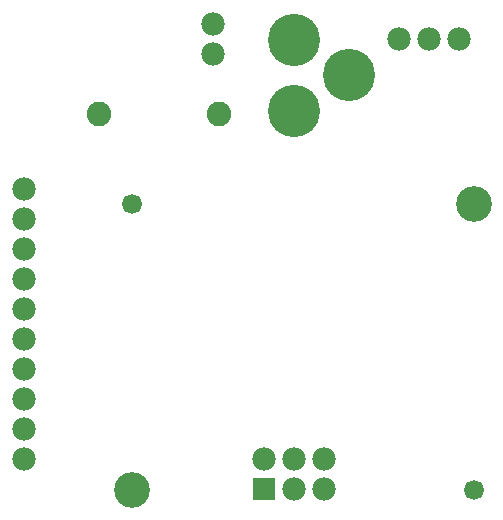
<source format=gbs>
G75*
G70*
%OFA0B0*%
%FSLAX24Y24*%
%IPPOS*%
%LPD*%
%AMOC8*
5,1,8,0,0,1.08239X$1,22.5*
%
%ADD10C,0.1190*%
%ADD11C,0.0665*%
%ADD12R,0.0780X0.0780*%
%ADD13C,0.0780*%
%ADD14C,0.1740*%
%ADD15C,0.0820*%
D10*
X005148Y001570D03*
X016554Y011101D03*
D11*
X016554Y001570D03*
X005148Y011101D03*
D12*
X009554Y001601D03*
D13*
X001554Y002601D03*
X001554Y003601D03*
X001554Y004601D03*
X001554Y005601D03*
X001554Y006601D03*
X001554Y007601D03*
X001554Y008601D03*
X001554Y009601D03*
X001554Y010601D03*
X001554Y011601D03*
X007854Y016101D03*
X007854Y017101D03*
X014054Y016601D03*
X015054Y016601D03*
X016054Y016601D03*
X011554Y002601D03*
X010554Y002601D03*
X009554Y002601D03*
X010554Y001601D03*
X011554Y001601D03*
D14*
X010554Y014207D03*
X012405Y015388D03*
X010554Y016569D03*
D15*
X008054Y014101D03*
X004054Y014101D03*
M02*

</source>
